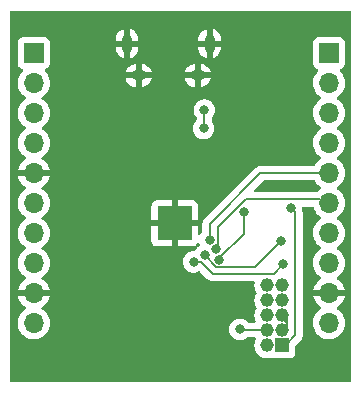
<source format=gbl>
%TF.GenerationSoftware,KiCad,Pcbnew,(6.0.9)*%
%TF.CreationDate,2022-11-19T16:26:50-05:00*%
%TF.ProjectId,EFR32MG22_module,45465233-324d-4473-9232-5f6d6f64756c,rev?*%
%TF.SameCoordinates,Original*%
%TF.FileFunction,Copper,L2,Bot*%
%TF.FilePolarity,Positive*%
%FSLAX46Y46*%
G04 Gerber Fmt 4.6, Leading zero omitted, Abs format (unit mm)*
G04 Created by KiCad (PCBNEW (6.0.9)) date 2022-11-19 16:26:50*
%MOMM*%
%LPD*%
G01*
G04 APERTURE LIST*
%TA.AperFunction,ComponentPad*%
%ADD10C,1.170000*%
%TD*%
%TA.AperFunction,ComponentPad*%
%ADD11R,1.170000X1.170000*%
%TD*%
%TA.AperFunction,ComponentPad*%
%ADD12R,1.700000X1.700000*%
%TD*%
%TA.AperFunction,ComponentPad*%
%ADD13O,1.700000X1.700000*%
%TD*%
%TA.AperFunction,ComponentPad*%
%ADD14C,0.500000*%
%TD*%
%TA.AperFunction,SMDPad,CuDef*%
%ADD15R,2.900000X2.900000*%
%TD*%
%TA.AperFunction,ComponentPad*%
%ADD16O,1.250000X0.950000*%
%TD*%
%TA.AperFunction,ComponentPad*%
%ADD17O,0.890000X1.550000*%
%TD*%
%TA.AperFunction,ViaPad*%
%ADD18C,0.800000*%
%TD*%
%TA.AperFunction,Conductor*%
%ADD19C,0.200000*%
%TD*%
G04 APERTURE END LIST*
D10*
%TO.P,J3,10,~{RESET}*%
%TO.N,/RESET_N*%
X237320000Y-103790000D03*
%TO.P,J3,9,GNDDetect*%
%TO.N,GND*%
X238590000Y-103790000D03*
%TO.P,J3,8,NC/TDI*%
%TO.N,/TDI*%
X237320000Y-105060000D03*
%TO.P,J3,7,KEY*%
%TO.N,unconnected-(J3-Pad7)*%
X238590000Y-105060000D03*
%TO.P,J3,6,SWO/TDO*%
%TO.N,/SWO*%
X237320000Y-106330000D03*
%TO.P,J3,5,GND*%
%TO.N,GND*%
X238590000Y-106330000D03*
%TO.P,J3,4,SWDCLK/TCK*%
%TO.N,/SWDCLK*%
X237320000Y-107600000D03*
%TO.P,J3,3,GND*%
%TO.N,GND*%
X238590000Y-107600000D03*
%TO.P,J3,2,SWDIO/TMS*%
%TO.N,/SWDIO*%
X237320000Y-108870000D03*
D11*
%TO.P,J3,1,VTref*%
%TO.N,+3.3V*%
X238590000Y-108870000D03*
%TD*%
D12*
%TO.P,J4,1,Pin_1*%
%TO.N,+3.3V*%
X242540000Y-84110000D03*
D13*
%TO.P,J4,2,Pin_2*%
%TO.N,/PD01*%
X242540000Y-86650000D03*
%TO.P,J4,3,Pin_3*%
%TO.N,/PA06*%
X242540000Y-89190000D03*
%TO.P,J4,4,Pin_4*%
%TO.N,/PA05*%
X242540000Y-91730000D03*
%TO.P,J4,5,Pin_5*%
%TO.N,/PA00*%
X242540000Y-94270000D03*
%TO.P,J4,6,Pin_6*%
%TO.N,/PB00*%
X242540000Y-96810000D03*
%TO.P,J4,7,Pin_7*%
%TO.N,/PB01*%
X242540000Y-99350000D03*
%TO.P,J4,8,Pin_8*%
%TO.N,/PB02*%
X242540000Y-101890000D03*
%TO.P,J4,9,Pin_9*%
%TO.N,GND*%
X242540000Y-104430000D03*
%TO.P,J4,10,Pin_10*%
%TO.N,/RESET_N*%
X242540000Y-106970000D03*
%TD*%
D14*
%TO.P,U1,33,VSS*%
%TO.N,GND*%
X228737500Y-97800000D03*
X230187500Y-99250000D03*
X228737500Y-99250000D03*
D15*
X229462500Y-98525000D03*
D14*
X230187500Y-97800000D03*
%TD*%
D12*
%TO.P,J2,1,Pin_1*%
%TO.N,VBUS*%
X217540000Y-84110000D03*
D13*
%TO.P,J2,2,Pin_2*%
%TO.N,/PD00*%
X217540000Y-86650000D03*
%TO.P,J2,3,Pin_3*%
%TO.N,/PC00*%
X217540000Y-89190000D03*
%TO.P,J2,4,Pin_4*%
%TO.N,/PC01*%
X217540000Y-91730000D03*
%TO.P,J2,5,Pin_5*%
%TO.N,GND*%
X217540000Y-94270000D03*
%TO.P,J2,6,Pin_6*%
%TO.N,/PC02*%
X217540000Y-96810000D03*
%TO.P,J2,7,Pin_7*%
%TO.N,/PC03*%
X217540000Y-99350000D03*
%TO.P,J2,8,Pin_8*%
%TO.N,/PC04*%
X217540000Y-101890000D03*
%TO.P,J2,9,Pin_9*%
%TO.N,GND*%
X217540000Y-104430000D03*
%TO.P,J2,10,Pin_10*%
%TO.N,/PC05*%
X217540000Y-106970000D03*
%TD*%
D16*
%TO.P,J1,6,Shield*%
%TO.N,GND*%
X231425000Y-86010000D03*
X226425000Y-86010000D03*
D17*
X225425000Y-83310000D03*
X232425000Y-83310000D03*
%TD*%
D18*
%TO.N,/PB02*%
X231070000Y-101790000D03*
X238670000Y-101980000D03*
%TO.N,+3.3V*%
X239300000Y-97210000D03*
%TO.N,/PB01*%
X238500000Y-100000000D03*
X232000000Y-101250000D03*
%TO.N,/PB00*%
X232943002Y-100693002D03*
%TO.N,/PA00*%
X232426244Y-99923998D03*
%TO.N,/SWDCLK*%
X235000000Y-107500000D03*
%TO.N,GND*%
X231425852Y-93033500D03*
X225400000Y-91570000D03*
X235720000Y-89170000D03*
X240150000Y-83112500D03*
X223100000Y-100173497D03*
X233968510Y-105967984D03*
X238110000Y-95300000D03*
X231110000Y-108410000D03*
X236000000Y-93000000D03*
%TO.N,/DVDD*%
X235315116Y-97590867D03*
X233260762Y-101623500D03*
%TO.N,+3.3V*%
X231920000Y-90490000D03*
X231980000Y-88940000D03*
%TD*%
D19*
%TO.N,/PB02*%
X231680000Y-101790000D02*
X232700000Y-102810000D01*
X231070000Y-101790000D02*
X231680000Y-101790000D01*
X232700000Y-102810000D02*
X237840000Y-102810000D01*
X237840000Y-102810000D02*
X238670000Y-101980000D01*
%TO.N,+3.3V*%
X238885000Y-108830000D02*
X239697000Y-108018000D01*
X239697000Y-108018000D02*
X239697000Y-97607000D01*
X239697000Y-97607000D02*
X239300000Y-97210000D01*
%TO.N,/DVDD*%
X235315116Y-99434884D02*
X233260762Y-101489238D01*
X235315116Y-97590867D02*
X235315116Y-99434884D01*
%TO.N,/PB01*%
X236250000Y-102250000D02*
X238500000Y-100000000D01*
X233000000Y-102250000D02*
X236250000Y-102250000D01*
X232000000Y-101250000D02*
X233000000Y-102250000D01*
%TO.N,/DVDD*%
X233260762Y-101489238D02*
X233260762Y-101623500D01*
%TO.N,/PB00*%
X235500000Y-96500000D02*
X233126500Y-98873500D01*
X241750000Y-96500000D02*
X235500000Y-96500000D01*
%TO.N,/PA00*%
X236730000Y-94270000D02*
X232426244Y-98573756D01*
X242540000Y-94270000D02*
X236730000Y-94270000D01*
%TO.N,/PB00*%
X233126500Y-100509504D02*
X232943002Y-100693002D01*
X233126500Y-98873500D02*
X233126500Y-100509504D01*
%TO.N,/PA00*%
X232426244Y-98573756D02*
X232426244Y-99923998D01*
%TO.N,/SWDCLK*%
X237250000Y-107560000D02*
X235060000Y-107560000D01*
X235060000Y-107560000D02*
X235000000Y-107500000D01*
%TO.N,+3.3V*%
X231920000Y-90490000D02*
X231980000Y-90430000D01*
X231980000Y-90430000D02*
X231980000Y-88940000D01*
%TD*%
%TA.AperFunction,Conductor*%
%TO.N,GND*%
G36*
X244333621Y-80528502D02*
G01*
X244380114Y-80582158D01*
X244391500Y-80634500D01*
X244391500Y-111874000D01*
X244371498Y-111942121D01*
X244317842Y-111988614D01*
X244265500Y-112000000D01*
X215634500Y-112000000D01*
X215566379Y-111979998D01*
X215519886Y-111926342D01*
X215508500Y-111874000D01*
X215508500Y-106936695D01*
X216177251Y-106936695D01*
X216177548Y-106941848D01*
X216177548Y-106941851D01*
X216183011Y-107036590D01*
X216190110Y-107159715D01*
X216191247Y-107164761D01*
X216191248Y-107164767D01*
X216211119Y-107252939D01*
X216239222Y-107377639D01*
X216323266Y-107584616D01*
X216439987Y-107775088D01*
X216586250Y-107943938D01*
X216758126Y-108086632D01*
X216951000Y-108199338D01*
X217159692Y-108279030D01*
X217164760Y-108280061D01*
X217164763Y-108280062D01*
X217232303Y-108293803D01*
X217378597Y-108323567D01*
X217383772Y-108323757D01*
X217383774Y-108323757D01*
X217596673Y-108331564D01*
X217596677Y-108331564D01*
X217601837Y-108331753D01*
X217606957Y-108331097D01*
X217606959Y-108331097D01*
X217818288Y-108304025D01*
X217818289Y-108304025D01*
X217823416Y-108303368D01*
X217855298Y-108293803D01*
X218032429Y-108240661D01*
X218032434Y-108240659D01*
X218037384Y-108239174D01*
X218237994Y-108140896D01*
X218419860Y-108011173D01*
X218578096Y-107853489D01*
X218637594Y-107770689D01*
X218705435Y-107676277D01*
X218708453Y-107672077D01*
X218744076Y-107600000D01*
X218805136Y-107476453D01*
X218805137Y-107476451D01*
X218807430Y-107471811D01*
X218872370Y-107258069D01*
X218901529Y-107036590D01*
X218903156Y-106970000D01*
X218884852Y-106747361D01*
X218830431Y-106530702D01*
X218741354Y-106325840D01*
X218701906Y-106264862D01*
X218622822Y-106142617D01*
X218622820Y-106142614D01*
X218620014Y-106138277D01*
X218469670Y-105973051D01*
X218465619Y-105969852D01*
X218465615Y-105969848D01*
X218298414Y-105837800D01*
X218298410Y-105837798D01*
X218294359Y-105834598D01*
X218252569Y-105811529D01*
X218202598Y-105761097D01*
X218187826Y-105691654D01*
X218212942Y-105625248D01*
X218240294Y-105598641D01*
X218415328Y-105473792D01*
X218423200Y-105467139D01*
X218574052Y-105316812D01*
X218580730Y-105308965D01*
X218705003Y-105136020D01*
X218710313Y-105127183D01*
X218804670Y-104936267D01*
X218808469Y-104926672D01*
X218870377Y-104722910D01*
X218872555Y-104712837D01*
X218873986Y-104701962D01*
X218871775Y-104687778D01*
X218858617Y-104684000D01*
X216223225Y-104684000D01*
X216209694Y-104687973D01*
X216208257Y-104697966D01*
X216238565Y-104832446D01*
X216241645Y-104842275D01*
X216321770Y-105039603D01*
X216326413Y-105048794D01*
X216437694Y-105230388D01*
X216443777Y-105238699D01*
X216583213Y-105399667D01*
X216590580Y-105406883D01*
X216754434Y-105542916D01*
X216762881Y-105548831D01*
X216831969Y-105589203D01*
X216880693Y-105640842D01*
X216893764Y-105710625D01*
X216867033Y-105776396D01*
X216826584Y-105809752D01*
X216813607Y-105816507D01*
X216809474Y-105819610D01*
X216809471Y-105819612D01*
X216639100Y-105947530D01*
X216634965Y-105950635D01*
X216631393Y-105954373D01*
X216490629Y-106101674D01*
X216480629Y-106112138D01*
X216477715Y-106116410D01*
X216477714Y-106116411D01*
X216448319Y-106159502D01*
X216354743Y-106296680D01*
X216260688Y-106499305D01*
X216200989Y-106714570D01*
X216177251Y-106936695D01*
X215508500Y-106936695D01*
X215508500Y-101856695D01*
X216177251Y-101856695D01*
X216177548Y-101861848D01*
X216177548Y-101861851D01*
X216188293Y-102048196D01*
X216190110Y-102079715D01*
X216191247Y-102084761D01*
X216191248Y-102084767D01*
X216208554Y-102161556D01*
X216239222Y-102297639D01*
X216277461Y-102391811D01*
X216308750Y-102468866D01*
X216323266Y-102504616D01*
X216439987Y-102695088D01*
X216586250Y-102863938D01*
X216758126Y-103006632D01*
X216831955Y-103049774D01*
X216880679Y-103101412D01*
X216893750Y-103171195D01*
X216867019Y-103236967D01*
X216826562Y-103270327D01*
X216818457Y-103274546D01*
X216809738Y-103280036D01*
X216639433Y-103407905D01*
X216631726Y-103414748D01*
X216484590Y-103568717D01*
X216478104Y-103576727D01*
X216358098Y-103752649D01*
X216353000Y-103761623D01*
X216263338Y-103954783D01*
X216259775Y-103964470D01*
X216204389Y-104164183D01*
X216205912Y-104172607D01*
X216218292Y-104176000D01*
X218858344Y-104176000D01*
X218871875Y-104172027D01*
X218873180Y-104162947D01*
X218831214Y-103995875D01*
X218827894Y-103986124D01*
X218742972Y-103790814D01*
X218738105Y-103781739D01*
X218622426Y-103602926D01*
X218616136Y-103594757D01*
X218472806Y-103437240D01*
X218465273Y-103430215D01*
X218298139Y-103298222D01*
X218289556Y-103292520D01*
X218252602Y-103272120D01*
X218202631Y-103221687D01*
X218187859Y-103152245D01*
X218212975Y-103085839D01*
X218240327Y-103059232D01*
X218263797Y-103042491D01*
X218419860Y-102931173D01*
X218462683Y-102888500D01*
X218502527Y-102848794D01*
X218578096Y-102773489D01*
X218637594Y-102690689D01*
X218705435Y-102596277D01*
X218708453Y-102592077D01*
X218712543Y-102583803D01*
X218805136Y-102396453D01*
X218805137Y-102396451D01*
X218807430Y-102391811D01*
X218872370Y-102178069D01*
X218901529Y-101956590D01*
X218901611Y-101953240D01*
X218903074Y-101893365D01*
X218903074Y-101893361D01*
X218903156Y-101890000D01*
X218884852Y-101667361D01*
X218830431Y-101450702D01*
X218741354Y-101245840D01*
X218657386Y-101116045D01*
X218622822Y-101062617D01*
X218622820Y-101062614D01*
X218620014Y-101058277D01*
X218469670Y-100893051D01*
X218465619Y-100889852D01*
X218465615Y-100889848D01*
X218298414Y-100757800D01*
X218298410Y-100757798D01*
X218294359Y-100754598D01*
X218253053Y-100731796D01*
X218203084Y-100681364D01*
X218188312Y-100611921D01*
X218213428Y-100545516D01*
X218240780Y-100518909D01*
X218284603Y-100487650D01*
X218419860Y-100391173D01*
X218578096Y-100233489D01*
X218618368Y-100177445D01*
X218705435Y-100056277D01*
X218708453Y-100052077D01*
X218724470Y-100019669D01*
X227504501Y-100019669D01*
X227504871Y-100026490D01*
X227510395Y-100077352D01*
X227514021Y-100092604D01*
X227559176Y-100213054D01*
X227567714Y-100228649D01*
X227644215Y-100330724D01*
X227656776Y-100343285D01*
X227758851Y-100419786D01*
X227774446Y-100428324D01*
X227894894Y-100473478D01*
X227910149Y-100477105D01*
X227961014Y-100482631D01*
X227967828Y-100483000D01*
X229190385Y-100483000D01*
X229205624Y-100478525D01*
X229206829Y-100477135D01*
X229208500Y-100469452D01*
X229208500Y-100464884D01*
X229716500Y-100464884D01*
X229720975Y-100480123D01*
X229722365Y-100481328D01*
X229730048Y-100482999D01*
X230957169Y-100482999D01*
X230963990Y-100482629D01*
X231014852Y-100477105D01*
X231030104Y-100473479D01*
X231150554Y-100428324D01*
X231166149Y-100419786D01*
X231268224Y-100343285D01*
X231280785Y-100330724D01*
X231360031Y-100224986D01*
X231416890Y-100182471D01*
X231487708Y-100177445D01*
X231550002Y-100211505D01*
X231580688Y-100261612D01*
X231591717Y-100295554D01*
X231594449Y-100300287D01*
X231603827Y-100370233D01*
X231573721Y-100434530D01*
X231544770Y-100458205D01*
X231543248Y-100458882D01*
X231537906Y-100462764D01*
X231537903Y-100462765D01*
X231473612Y-100509476D01*
X231388747Y-100571134D01*
X231384326Y-100576044D01*
X231384325Y-100576045D01*
X231289496Y-100681364D01*
X231260960Y-100713056D01*
X231257659Y-100718774D01*
X231200082Y-100818500D01*
X231148700Y-100867493D01*
X231090963Y-100881500D01*
X230974513Y-100881500D01*
X230968061Y-100882872D01*
X230968056Y-100882872D01*
X230902203Y-100896870D01*
X230787712Y-100921206D01*
X230781682Y-100923891D01*
X230781681Y-100923891D01*
X230619278Y-100996197D01*
X230619276Y-100996198D01*
X230613248Y-100998882D01*
X230458747Y-101111134D01*
X230330960Y-101253056D01*
X230235473Y-101418444D01*
X230176458Y-101600072D01*
X230175768Y-101606633D01*
X230175768Y-101606635D01*
X230173356Y-101629588D01*
X230156496Y-101790000D01*
X230176458Y-101979928D01*
X230235473Y-102161556D01*
X230238776Y-102167278D01*
X230238777Y-102167279D01*
X230258535Y-102201500D01*
X230330960Y-102326944D01*
X230458747Y-102468866D01*
X230613248Y-102581118D01*
X230619276Y-102583802D01*
X230619278Y-102583803D01*
X230692787Y-102616531D01*
X230787712Y-102658794D01*
X230881112Y-102678647D01*
X230968056Y-102697128D01*
X230968061Y-102697128D01*
X230974513Y-102698500D01*
X231165487Y-102698500D01*
X231171939Y-102697128D01*
X231171944Y-102697128D01*
X231258888Y-102678647D01*
X231352288Y-102658794D01*
X231358315Y-102656111D01*
X231358323Y-102656108D01*
X231505639Y-102590519D01*
X231576006Y-102581085D01*
X231640303Y-102611192D01*
X231645982Y-102616531D01*
X232235685Y-103206234D01*
X232246552Y-103218625D01*
X232266013Y-103243987D01*
X232272563Y-103249013D01*
X232297921Y-103268471D01*
X232297937Y-103268485D01*
X232329261Y-103292520D01*
X232393124Y-103341524D01*
X232541149Y-103402838D01*
X232549336Y-103403916D01*
X232549337Y-103403916D01*
X232560542Y-103405391D01*
X232591738Y-103409498D01*
X232660115Y-103418500D01*
X232660118Y-103418500D01*
X232660126Y-103418501D01*
X232691811Y-103422672D01*
X232700000Y-103423750D01*
X232731693Y-103419578D01*
X232748136Y-103418500D01*
X236121189Y-103418500D01*
X236189310Y-103438502D01*
X236235803Y-103492158D01*
X236245798Y-103561672D01*
X236245813Y-103561674D01*
X236222191Y-103761253D01*
X236235335Y-103961794D01*
X236284805Y-104156582D01*
X236368944Y-104339092D01*
X236372277Y-104343807D01*
X236372278Y-104343810D01*
X236378636Y-104352806D01*
X236401618Y-104419980D01*
X236387248Y-104484194D01*
X236305409Y-104639743D01*
X236245813Y-104831674D01*
X236222191Y-105031253D01*
X236235335Y-105231794D01*
X236284805Y-105426582D01*
X236368944Y-105609092D01*
X236372277Y-105613807D01*
X236372278Y-105613810D01*
X236378636Y-105622806D01*
X236401618Y-105689980D01*
X236387248Y-105754194D01*
X236305409Y-105909743D01*
X236245813Y-106101674D01*
X236222191Y-106301253D01*
X236235335Y-106501794D01*
X236258466Y-106592872D01*
X236268202Y-106631206D01*
X236284805Y-106696582D01*
X236287222Y-106701826D01*
X236287225Y-106701833D01*
X236319918Y-106772749D01*
X236330273Y-106842986D01*
X236301010Y-106907672D01*
X236241422Y-106946269D01*
X236205492Y-106951500D01*
X235784733Y-106951500D01*
X235716612Y-106931498D01*
X235691097Y-106909810D01*
X235615675Y-106826045D01*
X235615674Y-106826044D01*
X235611253Y-106821134D01*
X235502806Y-106742342D01*
X235462094Y-106712763D01*
X235462093Y-106712762D01*
X235456752Y-106708882D01*
X235450724Y-106706198D01*
X235450722Y-106706197D01*
X235288319Y-106633891D01*
X235288318Y-106633891D01*
X235282288Y-106631206D01*
X235188887Y-106611353D01*
X235101944Y-106592872D01*
X235101939Y-106592872D01*
X235095487Y-106591500D01*
X234904513Y-106591500D01*
X234898061Y-106592872D01*
X234898056Y-106592872D01*
X234811112Y-106611353D01*
X234717712Y-106631206D01*
X234711682Y-106633891D01*
X234711681Y-106633891D01*
X234549278Y-106706197D01*
X234549276Y-106706198D01*
X234543248Y-106708882D01*
X234537907Y-106712762D01*
X234537906Y-106712763D01*
X234497194Y-106742342D01*
X234388747Y-106821134D01*
X234384326Y-106826044D01*
X234384325Y-106826045D01*
X234267834Y-106955422D01*
X234260960Y-106963056D01*
X234165473Y-107128444D01*
X234106458Y-107310072D01*
X234105768Y-107316633D01*
X234105768Y-107316635D01*
X234098853Y-107382425D01*
X234086496Y-107500000D01*
X234087186Y-107506565D01*
X234097396Y-107603704D01*
X234106458Y-107689928D01*
X234165473Y-107871556D01*
X234260960Y-108036944D01*
X234388747Y-108178866D01*
X234419461Y-108201181D01*
X234516778Y-108271886D01*
X234543248Y-108291118D01*
X234549276Y-108293802D01*
X234549278Y-108293803D01*
X234682615Y-108353168D01*
X234717712Y-108368794D01*
X234811113Y-108388647D01*
X234898056Y-108407128D01*
X234898061Y-108407128D01*
X234904513Y-108408500D01*
X235095487Y-108408500D01*
X235101939Y-108407128D01*
X235101944Y-108407128D01*
X235188887Y-108388647D01*
X235282288Y-108368794D01*
X235317385Y-108353168D01*
X235450722Y-108293803D01*
X235450724Y-108293802D01*
X235456752Y-108291118D01*
X235483223Y-108271886D01*
X235580539Y-108201181D01*
X235592400Y-108192564D01*
X235659266Y-108168706D01*
X235666460Y-108168500D01*
X236244712Y-108168500D01*
X236312833Y-108188502D01*
X236359326Y-108242158D01*
X236369430Y-108312432D01*
X236356220Y-108353168D01*
X236305409Y-108449743D01*
X236245813Y-108641674D01*
X236222191Y-108841253D01*
X236235335Y-109041794D01*
X236284805Y-109236582D01*
X236368944Y-109419092D01*
X236484934Y-109583214D01*
X236628890Y-109723450D01*
X236795991Y-109835104D01*
X236801294Y-109837382D01*
X236801297Y-109837384D01*
X236947574Y-109900229D01*
X236980642Y-109914436D01*
X237053334Y-109930885D01*
X237171021Y-109957515D01*
X237171027Y-109957516D01*
X237176658Y-109958790D01*
X237182429Y-109959017D01*
X237182431Y-109959017D01*
X237243861Y-109961430D01*
X237377475Y-109966680D01*
X237476920Y-109952261D01*
X237570652Y-109938671D01*
X237570657Y-109938670D01*
X237576366Y-109937842D01*
X237581830Y-109935987D01*
X237581835Y-109935986D01*
X237674353Y-109904580D01*
X237745288Y-109901624D01*
X237759083Y-109905911D01*
X237887282Y-109953971D01*
X237887288Y-109953973D01*
X237894684Y-109956745D01*
X237956866Y-109963500D01*
X239223134Y-109963500D01*
X239285316Y-109956745D01*
X239421705Y-109905615D01*
X239538261Y-109818261D01*
X239625615Y-109701705D01*
X239676745Y-109565316D01*
X239683500Y-109503134D01*
X239683500Y-108944239D01*
X239703502Y-108876118D01*
X239720405Y-108855144D01*
X240093234Y-108482315D01*
X240105625Y-108471448D01*
X240124437Y-108457013D01*
X240130987Y-108451987D01*
X240155474Y-108420075D01*
X240155477Y-108420072D01*
X240228523Y-108324876D01*
X240228524Y-108324875D01*
X240237161Y-108304025D01*
X240286678Y-108184479D01*
X240289838Y-108176850D01*
X240305500Y-108057885D01*
X240305500Y-108057878D01*
X240310750Y-108018000D01*
X240306578Y-107986307D01*
X240305500Y-107969864D01*
X240305500Y-106936695D01*
X241177251Y-106936695D01*
X241177548Y-106941848D01*
X241177548Y-106941851D01*
X241183011Y-107036590D01*
X241190110Y-107159715D01*
X241191247Y-107164761D01*
X241191248Y-107164767D01*
X241211119Y-107252939D01*
X241239222Y-107377639D01*
X241323266Y-107584616D01*
X241439987Y-107775088D01*
X241586250Y-107943938D01*
X241758126Y-108086632D01*
X241951000Y-108199338D01*
X242159692Y-108279030D01*
X242164760Y-108280061D01*
X242164763Y-108280062D01*
X242232303Y-108293803D01*
X242378597Y-108323567D01*
X242383772Y-108323757D01*
X242383774Y-108323757D01*
X242596673Y-108331564D01*
X242596677Y-108331564D01*
X242601837Y-108331753D01*
X242606957Y-108331097D01*
X242606959Y-108331097D01*
X242818288Y-108304025D01*
X242818289Y-108304025D01*
X242823416Y-108303368D01*
X242855298Y-108293803D01*
X243032429Y-108240661D01*
X243032434Y-108240659D01*
X243037384Y-108239174D01*
X243237994Y-108140896D01*
X243419860Y-108011173D01*
X243578096Y-107853489D01*
X243637594Y-107770689D01*
X243705435Y-107676277D01*
X243708453Y-107672077D01*
X243744076Y-107600000D01*
X243805136Y-107476453D01*
X243805137Y-107476451D01*
X243807430Y-107471811D01*
X243872370Y-107258069D01*
X243901529Y-107036590D01*
X243903156Y-106970000D01*
X243884852Y-106747361D01*
X243830431Y-106530702D01*
X243741354Y-106325840D01*
X243701906Y-106264862D01*
X243622822Y-106142617D01*
X243622820Y-106142614D01*
X243620014Y-106138277D01*
X243469670Y-105973051D01*
X243465619Y-105969852D01*
X243465615Y-105969848D01*
X243298414Y-105837800D01*
X243298410Y-105837798D01*
X243294359Y-105834598D01*
X243252569Y-105811529D01*
X243202598Y-105761097D01*
X243187826Y-105691654D01*
X243212942Y-105625248D01*
X243240294Y-105598641D01*
X243415328Y-105473792D01*
X243423200Y-105467139D01*
X243574052Y-105316812D01*
X243580730Y-105308965D01*
X243705003Y-105136020D01*
X243710313Y-105127183D01*
X243804670Y-104936267D01*
X243808469Y-104926672D01*
X243870377Y-104722910D01*
X243872555Y-104712837D01*
X243873986Y-104701962D01*
X243871775Y-104687778D01*
X243858617Y-104684000D01*
X241223225Y-104684000D01*
X241209694Y-104687973D01*
X241208257Y-104697966D01*
X241238565Y-104832446D01*
X241241645Y-104842275D01*
X241321770Y-105039603D01*
X241326413Y-105048794D01*
X241437694Y-105230388D01*
X241443777Y-105238699D01*
X241583213Y-105399667D01*
X241590580Y-105406883D01*
X241754434Y-105542916D01*
X241762881Y-105548831D01*
X241831969Y-105589203D01*
X241880693Y-105640842D01*
X241893764Y-105710625D01*
X241867033Y-105776396D01*
X241826584Y-105809752D01*
X241813607Y-105816507D01*
X241809474Y-105819610D01*
X241809471Y-105819612D01*
X241639100Y-105947530D01*
X241634965Y-105950635D01*
X241631393Y-105954373D01*
X241490629Y-106101674D01*
X241480629Y-106112138D01*
X241477715Y-106116410D01*
X241477714Y-106116411D01*
X241448319Y-106159502D01*
X241354743Y-106296680D01*
X241260688Y-106499305D01*
X241200989Y-106714570D01*
X241177251Y-106936695D01*
X240305500Y-106936695D01*
X240305500Y-97655136D01*
X240306578Y-97638690D01*
X240309172Y-97618990D01*
X240310750Y-97607000D01*
X240305500Y-97567120D01*
X240305500Y-97567115D01*
X240289838Y-97448150D01*
X240284534Y-97435345D01*
X240228524Y-97300124D01*
X240227385Y-97298640D01*
X240211343Y-97232525D01*
X240211891Y-97225344D01*
X240212313Y-97221329D01*
X240239326Y-97155672D01*
X240297548Y-97115043D01*
X240337623Y-97108500D01*
X241113862Y-97108500D01*
X241181983Y-97128502D01*
X241228476Y-97182158D01*
X241236778Y-97206796D01*
X241239222Y-97217639D01*
X241277461Y-97311811D01*
X241315791Y-97406206D01*
X241323266Y-97424616D01*
X241325965Y-97429020D01*
X241435031Y-97607000D01*
X241439987Y-97615088D01*
X241586250Y-97783938D01*
X241758126Y-97926632D01*
X241808620Y-97956138D01*
X241831445Y-97969476D01*
X241880169Y-98021114D01*
X241893240Y-98090897D01*
X241866509Y-98156669D01*
X241826055Y-98190027D01*
X241813607Y-98196507D01*
X241809474Y-98199610D01*
X241809471Y-98199612D01*
X241639100Y-98327530D01*
X241634965Y-98330635D01*
X241631393Y-98334373D01*
X241513135Y-98458123D01*
X241480629Y-98492138D01*
X241477715Y-98496410D01*
X241477714Y-98496411D01*
X241403336Y-98605446D01*
X241354743Y-98676680D01*
X241339003Y-98710590D01*
X241292335Y-98811128D01*
X241260688Y-98879305D01*
X241200989Y-99094570D01*
X241177251Y-99316695D01*
X241177548Y-99321848D01*
X241177548Y-99321851D01*
X241184462Y-99441761D01*
X241190110Y-99539715D01*
X241191247Y-99544761D01*
X241191248Y-99544767D01*
X241202284Y-99593734D01*
X241239222Y-99757639D01*
X241276832Y-99850261D01*
X241309003Y-99929489D01*
X241323266Y-99964616D01*
X241325965Y-99969020D01*
X241399593Y-100089170D01*
X241439987Y-100155088D01*
X241586250Y-100323938D01*
X241758126Y-100466632D01*
X241785502Y-100482629D01*
X241831445Y-100509476D01*
X241880169Y-100561114D01*
X241893240Y-100630897D01*
X241866509Y-100696669D01*
X241826055Y-100730027D01*
X241813607Y-100736507D01*
X241809474Y-100739610D01*
X241809471Y-100739612D01*
X241639100Y-100867530D01*
X241634965Y-100870635D01*
X241480629Y-101032138D01*
X241477715Y-101036410D01*
X241477714Y-101036411D01*
X241392556Y-101161249D01*
X241354743Y-101216680D01*
X241260688Y-101419305D01*
X241200989Y-101634570D01*
X241177251Y-101856695D01*
X241177548Y-101861848D01*
X241177548Y-101861851D01*
X241188293Y-102048196D01*
X241190110Y-102079715D01*
X241191247Y-102084761D01*
X241191248Y-102084767D01*
X241208554Y-102161556D01*
X241239222Y-102297639D01*
X241277461Y-102391811D01*
X241308750Y-102468866D01*
X241323266Y-102504616D01*
X241439987Y-102695088D01*
X241586250Y-102863938D01*
X241758126Y-103006632D01*
X241831955Y-103049774D01*
X241880679Y-103101412D01*
X241893750Y-103171195D01*
X241867019Y-103236967D01*
X241826562Y-103270327D01*
X241818457Y-103274546D01*
X241809738Y-103280036D01*
X241639433Y-103407905D01*
X241631726Y-103414748D01*
X241484590Y-103568717D01*
X241478104Y-103576727D01*
X241358098Y-103752649D01*
X241353000Y-103761623D01*
X241263338Y-103954783D01*
X241259775Y-103964470D01*
X241204389Y-104164183D01*
X241205912Y-104172607D01*
X241218292Y-104176000D01*
X243858344Y-104176000D01*
X243871875Y-104172027D01*
X243873180Y-104162947D01*
X243831214Y-103995875D01*
X243827894Y-103986124D01*
X243742972Y-103790814D01*
X243738105Y-103781739D01*
X243622426Y-103602926D01*
X243616136Y-103594757D01*
X243472806Y-103437240D01*
X243465273Y-103430215D01*
X243298139Y-103298222D01*
X243289556Y-103292520D01*
X243252602Y-103272120D01*
X243202631Y-103221687D01*
X243187859Y-103152245D01*
X243212975Y-103085839D01*
X243240327Y-103059232D01*
X243263797Y-103042491D01*
X243419860Y-102931173D01*
X243462683Y-102888500D01*
X243502527Y-102848794D01*
X243578096Y-102773489D01*
X243637594Y-102690689D01*
X243705435Y-102596277D01*
X243708453Y-102592077D01*
X243712543Y-102583803D01*
X243805136Y-102396453D01*
X243805137Y-102396451D01*
X243807430Y-102391811D01*
X243872370Y-102178069D01*
X243901529Y-101956590D01*
X243901611Y-101953240D01*
X243903074Y-101893365D01*
X243903074Y-101893361D01*
X243903156Y-101890000D01*
X243884852Y-101667361D01*
X243830431Y-101450702D01*
X243741354Y-101245840D01*
X243657386Y-101116045D01*
X243622822Y-101062617D01*
X243622820Y-101062614D01*
X243620014Y-101058277D01*
X243469670Y-100893051D01*
X243465619Y-100889852D01*
X243465615Y-100889848D01*
X243298414Y-100757800D01*
X243298410Y-100757798D01*
X243294359Y-100754598D01*
X243253053Y-100731796D01*
X243203084Y-100681364D01*
X243188312Y-100611921D01*
X243213428Y-100545516D01*
X243240780Y-100518909D01*
X243284603Y-100487650D01*
X243419860Y-100391173D01*
X243578096Y-100233489D01*
X243618368Y-100177445D01*
X243705435Y-100056277D01*
X243708453Y-100052077D01*
X243737436Y-99993435D01*
X243805136Y-99856453D01*
X243805137Y-99856451D01*
X243807430Y-99851811D01*
X243872370Y-99638069D01*
X243901529Y-99416590D01*
X243901856Y-99403194D01*
X243903074Y-99353365D01*
X243903074Y-99353361D01*
X243903156Y-99350000D01*
X243884852Y-99127361D01*
X243830431Y-98910702D01*
X243741354Y-98705840D01*
X243650607Y-98565567D01*
X243622822Y-98522617D01*
X243622820Y-98522614D01*
X243620014Y-98518277D01*
X243469670Y-98353051D01*
X243465619Y-98349852D01*
X243465615Y-98349848D01*
X243298414Y-98217800D01*
X243298410Y-98217798D01*
X243294359Y-98214598D01*
X243253053Y-98191796D01*
X243203084Y-98141364D01*
X243188312Y-98071921D01*
X243213428Y-98005516D01*
X243240780Y-97978909D01*
X243284603Y-97947650D01*
X243419860Y-97851173D01*
X243578096Y-97693489D01*
X243637594Y-97610689D01*
X243705435Y-97516277D01*
X243708453Y-97512077D01*
X243740048Y-97448150D01*
X243805136Y-97316453D01*
X243805137Y-97316451D01*
X243807430Y-97311811D01*
X243872370Y-97098069D01*
X243901529Y-96876590D01*
X243903156Y-96810000D01*
X243884852Y-96587361D01*
X243830431Y-96370702D01*
X243741354Y-96165840D01*
X243620014Y-95978277D01*
X243469670Y-95813051D01*
X243465619Y-95809852D01*
X243465615Y-95809848D01*
X243298414Y-95677800D01*
X243298410Y-95677798D01*
X243294359Y-95674598D01*
X243253053Y-95651796D01*
X243203084Y-95601364D01*
X243188312Y-95531921D01*
X243213428Y-95465516D01*
X243240780Y-95438909D01*
X243284603Y-95407650D01*
X243419860Y-95311173D01*
X243578096Y-95153489D01*
X243708453Y-94972077D01*
X243753279Y-94881379D01*
X243805136Y-94776453D01*
X243805137Y-94776451D01*
X243807430Y-94771811D01*
X243872370Y-94558069D01*
X243901529Y-94336590D01*
X243903156Y-94270000D01*
X243884852Y-94047361D01*
X243830431Y-93830702D01*
X243741354Y-93625840D01*
X243620014Y-93438277D01*
X243469670Y-93273051D01*
X243465619Y-93269852D01*
X243465615Y-93269848D01*
X243298414Y-93137800D01*
X243298410Y-93137798D01*
X243294359Y-93134598D01*
X243253053Y-93111796D01*
X243203084Y-93061364D01*
X243188312Y-92991921D01*
X243213428Y-92925516D01*
X243240780Y-92898909D01*
X243284603Y-92867650D01*
X243419860Y-92771173D01*
X243578096Y-92613489D01*
X243637594Y-92530689D01*
X243705435Y-92436277D01*
X243708453Y-92432077D01*
X243807430Y-92231811D01*
X243872370Y-92018069D01*
X243901529Y-91796590D01*
X243903156Y-91730000D01*
X243884852Y-91507361D01*
X243830431Y-91290702D01*
X243741354Y-91085840D01*
X243620014Y-90898277D01*
X243469670Y-90733051D01*
X243465619Y-90729852D01*
X243465615Y-90729848D01*
X243298414Y-90597800D01*
X243298410Y-90597798D01*
X243294359Y-90594598D01*
X243253053Y-90571796D01*
X243203084Y-90521364D01*
X243188312Y-90451921D01*
X243213428Y-90385516D01*
X243240780Y-90358909D01*
X243284603Y-90327650D01*
X243419860Y-90231173D01*
X243578096Y-90073489D01*
X243637594Y-89990689D01*
X243705435Y-89896277D01*
X243708453Y-89892077D01*
X243730905Y-89846650D01*
X243805136Y-89696453D01*
X243805137Y-89696451D01*
X243807430Y-89691811D01*
X243872370Y-89478069D01*
X243901529Y-89256590D01*
X243903156Y-89190000D01*
X243884852Y-88967361D01*
X243830431Y-88750702D01*
X243741354Y-88545840D01*
X243620014Y-88358277D01*
X243469670Y-88193051D01*
X243465619Y-88189852D01*
X243465615Y-88189848D01*
X243298414Y-88057800D01*
X243298410Y-88057798D01*
X243294359Y-88054598D01*
X243253053Y-88031796D01*
X243203084Y-87981364D01*
X243188312Y-87911921D01*
X243213428Y-87845516D01*
X243240780Y-87818909D01*
X243284603Y-87787650D01*
X243419860Y-87691173D01*
X243578096Y-87533489D01*
X243637594Y-87450689D01*
X243705435Y-87356277D01*
X243708453Y-87352077D01*
X243807430Y-87151811D01*
X243857298Y-86987678D01*
X243870865Y-86943023D01*
X243870865Y-86943021D01*
X243872370Y-86938069D01*
X243901529Y-86716590D01*
X243903156Y-86650000D01*
X243884852Y-86427361D01*
X243830431Y-86210702D01*
X243741354Y-86005840D01*
X243620014Y-85818277D01*
X243616532Y-85814450D01*
X243472798Y-85656488D01*
X243441746Y-85592642D01*
X243450141Y-85522143D01*
X243495317Y-85467375D01*
X243521761Y-85453706D01*
X243628297Y-85413767D01*
X243636705Y-85410615D01*
X243753261Y-85323261D01*
X243840615Y-85206705D01*
X243891745Y-85070316D01*
X243898500Y-85008134D01*
X243898500Y-83211866D01*
X243891745Y-83149684D01*
X243840615Y-83013295D01*
X243753261Y-82896739D01*
X243636705Y-82809385D01*
X243500316Y-82758255D01*
X243438134Y-82751500D01*
X241641866Y-82751500D01*
X241579684Y-82758255D01*
X241443295Y-82809385D01*
X241326739Y-82896739D01*
X241239385Y-83013295D01*
X241188255Y-83149684D01*
X241181500Y-83211866D01*
X241181500Y-85008134D01*
X241188255Y-85070316D01*
X241239385Y-85206705D01*
X241326739Y-85323261D01*
X241443295Y-85410615D01*
X241451704Y-85413767D01*
X241451705Y-85413768D01*
X241560451Y-85454535D01*
X241617216Y-85497176D01*
X241641916Y-85563738D01*
X241626709Y-85633087D01*
X241607316Y-85659568D01*
X241480629Y-85792138D01*
X241354743Y-85976680D01*
X241260688Y-86179305D01*
X241200989Y-86394570D01*
X241177251Y-86616695D01*
X241177548Y-86621848D01*
X241177548Y-86621851D01*
X241183011Y-86716590D01*
X241190110Y-86839715D01*
X241191247Y-86844761D01*
X241191248Y-86844767D01*
X241198071Y-86875042D01*
X241239222Y-87057639D01*
X241323266Y-87264616D01*
X241439987Y-87455088D01*
X241586250Y-87623938D01*
X241758126Y-87766632D01*
X241828595Y-87807811D01*
X241831445Y-87809476D01*
X241880169Y-87861114D01*
X241893240Y-87930897D01*
X241866509Y-87996669D01*
X241826055Y-88030027D01*
X241813607Y-88036507D01*
X241809474Y-88039610D01*
X241809471Y-88039612D01*
X241767392Y-88071206D01*
X241634965Y-88170635D01*
X241480629Y-88332138D01*
X241354743Y-88516680D01*
X241260688Y-88719305D01*
X241200989Y-88934570D01*
X241177251Y-89156695D01*
X241177548Y-89161848D01*
X241177548Y-89161851D01*
X241183011Y-89256590D01*
X241190110Y-89379715D01*
X241191247Y-89384761D01*
X241191248Y-89384767D01*
X241210733Y-89471226D01*
X241239222Y-89597639D01*
X241277461Y-89691811D01*
X241308992Y-89769462D01*
X241323266Y-89804616D01*
X241439987Y-89995088D01*
X241586250Y-90163938D01*
X241662846Y-90227529D01*
X241742663Y-90293794D01*
X241758126Y-90306632D01*
X241828595Y-90347811D01*
X241831445Y-90349476D01*
X241880169Y-90401114D01*
X241893240Y-90470897D01*
X241866509Y-90536669D01*
X241826055Y-90570027D01*
X241813607Y-90576507D01*
X241809474Y-90579610D01*
X241809471Y-90579612D01*
X241667501Y-90686206D01*
X241634965Y-90710635D01*
X241480629Y-90872138D01*
X241354743Y-91056680D01*
X241260688Y-91259305D01*
X241200989Y-91474570D01*
X241177251Y-91696695D01*
X241177548Y-91701848D01*
X241177548Y-91701851D01*
X241183011Y-91796590D01*
X241190110Y-91919715D01*
X241191247Y-91924761D01*
X241191248Y-91924767D01*
X241211119Y-92012939D01*
X241239222Y-92137639D01*
X241323266Y-92344616D01*
X241439987Y-92535088D01*
X241586250Y-92703938D01*
X241758126Y-92846632D01*
X241828595Y-92887811D01*
X241831445Y-92889476D01*
X241880169Y-92941114D01*
X241893240Y-93010897D01*
X241866509Y-93076669D01*
X241826055Y-93110027D01*
X241813607Y-93116507D01*
X241809474Y-93119610D01*
X241809471Y-93119612D01*
X241785247Y-93137800D01*
X241634965Y-93250635D01*
X241480629Y-93412138D01*
X241477715Y-93416410D01*
X241477714Y-93416411D01*
X241465404Y-93434457D01*
X241354743Y-93596680D01*
X241353945Y-93598400D01*
X241303589Y-93647088D01*
X241245074Y-93661500D01*
X236778136Y-93661500D01*
X236761693Y-93660422D01*
X236730000Y-93656250D01*
X236721811Y-93657328D01*
X236690126Y-93661499D01*
X236690117Y-93661500D01*
X236690115Y-93661500D01*
X236690109Y-93661501D01*
X236690107Y-93661501D01*
X236590543Y-93674609D01*
X236579336Y-93676084D01*
X236579334Y-93676085D01*
X236571149Y-93677162D01*
X236423124Y-93738476D01*
X236327928Y-93811523D01*
X236327925Y-93811526D01*
X236296013Y-93836013D01*
X236290983Y-93842568D01*
X236276548Y-93861379D01*
X236265681Y-93873770D01*
X232030010Y-98109441D01*
X232017619Y-98120308D01*
X231992257Y-98139769D01*
X231967770Y-98171681D01*
X231967767Y-98171684D01*
X231967761Y-98171692D01*
X231901390Y-98258188D01*
X231894720Y-98266880D01*
X231891560Y-98274510D01*
X231859027Y-98353051D01*
X231846782Y-98382614D01*
X231833406Y-98414906D01*
X231817744Y-98533871D01*
X231817744Y-98533876D01*
X231812494Y-98573756D01*
X231813572Y-98581944D01*
X231816666Y-98605446D01*
X231817744Y-98621892D01*
X231817744Y-99193708D01*
X231797742Y-99261829D01*
X231785380Y-99278018D01*
X231711434Y-99360144D01*
X231687204Y-99387054D01*
X231668236Y-99419908D01*
X231655619Y-99441761D01*
X231604237Y-99490754D01*
X231534523Y-99504190D01*
X231468612Y-99477804D01*
X231427430Y-99419972D01*
X231420500Y-99378761D01*
X231420500Y-98797115D01*
X231416025Y-98781876D01*
X231414635Y-98780671D01*
X231406952Y-98779000D01*
X230863158Y-98779000D01*
X230852133Y-98782237D01*
X230864432Y-98809168D01*
X230860140Y-98811128D01*
X230874546Y-98839875D01*
X230866989Y-98910469D01*
X230839653Y-98951400D01*
X229887459Y-99903594D01*
X229825147Y-99937620D01*
X229754332Y-99932555D01*
X229737978Y-99925086D01*
X229719223Y-99914845D01*
X229716500Y-99922147D01*
X229716500Y-100464884D01*
X229208500Y-100464884D01*
X229208500Y-99925658D01*
X229205263Y-99914633D01*
X229178332Y-99926932D01*
X229176372Y-99922640D01*
X229147625Y-99937046D01*
X229077031Y-99929489D01*
X229036100Y-99902153D01*
X228385079Y-99251132D01*
X229096251Y-99251132D01*
X229096382Y-99252965D01*
X229100633Y-99259580D01*
X229195688Y-99354635D01*
X229205777Y-99360144D01*
X229208500Y-99352843D01*
X229208500Y-99349332D01*
X229716500Y-99349332D01*
X229719737Y-99360357D01*
X229726828Y-99357119D01*
X229821135Y-99262812D01*
X229828749Y-99248868D01*
X229828618Y-99247035D01*
X229824367Y-99240420D01*
X229729312Y-99145365D01*
X229719223Y-99139856D01*
X229716500Y-99147157D01*
X229716500Y-99349332D01*
X229208500Y-99349332D01*
X229208500Y-99150668D01*
X229205263Y-99139643D01*
X229198172Y-99142881D01*
X229103865Y-99237188D01*
X229096251Y-99251132D01*
X228385079Y-99251132D01*
X228083906Y-98949959D01*
X228049880Y-98887647D01*
X228054945Y-98816832D01*
X228062414Y-98800478D01*
X228072374Y-98782237D01*
X228627143Y-98782237D01*
X228630381Y-98789328D01*
X228724688Y-98883635D01*
X228738632Y-98891249D01*
X228740465Y-98891118D01*
X228747080Y-98886867D01*
X228842135Y-98791812D01*
X228847363Y-98782237D01*
X230077143Y-98782237D01*
X230080381Y-98789328D01*
X230174688Y-98883635D01*
X230188632Y-98891249D01*
X230190465Y-98891118D01*
X230197080Y-98886867D01*
X230292135Y-98791812D01*
X230297644Y-98781723D01*
X230290343Y-98779000D01*
X230088168Y-98779000D01*
X230077143Y-98782237D01*
X228847363Y-98782237D01*
X228847644Y-98781723D01*
X228840343Y-98779000D01*
X228638168Y-98779000D01*
X228627143Y-98782237D01*
X228072374Y-98782237D01*
X228072655Y-98781723D01*
X228065353Y-98779000D01*
X227522616Y-98779000D01*
X227507377Y-98783475D01*
X227506172Y-98784865D01*
X227504501Y-98792548D01*
X227504501Y-100019669D01*
X218724470Y-100019669D01*
X218737436Y-99993435D01*
X218805136Y-99856453D01*
X218805137Y-99856451D01*
X218807430Y-99851811D01*
X218872370Y-99638069D01*
X218901529Y-99416590D01*
X218901856Y-99403194D01*
X218903074Y-99353365D01*
X218903074Y-99353361D01*
X218903156Y-99350000D01*
X218884852Y-99127361D01*
X218830431Y-98910702D01*
X218741354Y-98705840D01*
X218650607Y-98565567D01*
X218622822Y-98522617D01*
X218622820Y-98522614D01*
X218620014Y-98518277D01*
X218469670Y-98353051D01*
X218465619Y-98349852D01*
X218465615Y-98349848D01*
X218342839Y-98252885D01*
X227504500Y-98252885D01*
X227508975Y-98268124D01*
X227510365Y-98269329D01*
X227518048Y-98271000D01*
X228061842Y-98271000D01*
X228071116Y-98268277D01*
X228627356Y-98268277D01*
X228634657Y-98271000D01*
X228836832Y-98271000D01*
X228846106Y-98268277D01*
X230077356Y-98268277D01*
X230084657Y-98271000D01*
X230286832Y-98271000D01*
X230297857Y-98267763D01*
X230294619Y-98260672D01*
X230200312Y-98166365D01*
X230186368Y-98158751D01*
X230184535Y-98158882D01*
X230177920Y-98163133D01*
X230082865Y-98258188D01*
X230077356Y-98268277D01*
X228846106Y-98268277D01*
X228847857Y-98267763D01*
X228844619Y-98260672D01*
X228750312Y-98166365D01*
X228736368Y-98158751D01*
X228734535Y-98158882D01*
X228727920Y-98163133D01*
X228632865Y-98258188D01*
X228627356Y-98268277D01*
X228071116Y-98268277D01*
X228072867Y-98267763D01*
X228060568Y-98240832D01*
X228064860Y-98238872D01*
X228050454Y-98210125D01*
X228058011Y-98139531D01*
X228085347Y-98098600D01*
X228382815Y-97801132D01*
X229096251Y-97801132D01*
X229096382Y-97802965D01*
X229100633Y-97809580D01*
X229195688Y-97904635D01*
X229205777Y-97910144D01*
X229208500Y-97902843D01*
X229208500Y-97899332D01*
X229716500Y-97899332D01*
X229719737Y-97910357D01*
X229726828Y-97907119D01*
X229821135Y-97812812D01*
X229828749Y-97798868D01*
X229828618Y-97797035D01*
X229824367Y-97790420D01*
X229729312Y-97695365D01*
X229719223Y-97689856D01*
X229716500Y-97697157D01*
X229716500Y-97899332D01*
X229208500Y-97899332D01*
X229208500Y-97700668D01*
X229205263Y-97689643D01*
X229198172Y-97692881D01*
X229103865Y-97787188D01*
X229096251Y-97801132D01*
X228382815Y-97801132D01*
X229037541Y-97146406D01*
X229099853Y-97112380D01*
X229170668Y-97117445D01*
X229187022Y-97124914D01*
X229205777Y-97135155D01*
X229208500Y-97127853D01*
X229208500Y-97124342D01*
X229716500Y-97124342D01*
X229719737Y-97135367D01*
X229746668Y-97123068D01*
X229748628Y-97127360D01*
X229777375Y-97112954D01*
X229847969Y-97120511D01*
X229888900Y-97147847D01*
X230841094Y-98100041D01*
X230875120Y-98162353D01*
X230870055Y-98233168D01*
X230862586Y-98249522D01*
X230852345Y-98268277D01*
X230859647Y-98271000D01*
X231402384Y-98271000D01*
X231417623Y-98266525D01*
X231418828Y-98265135D01*
X231420499Y-98257452D01*
X231420499Y-97030331D01*
X231420129Y-97023510D01*
X231414605Y-96972648D01*
X231410979Y-96957396D01*
X231365824Y-96836946D01*
X231357286Y-96821351D01*
X231280785Y-96719276D01*
X231268224Y-96706715D01*
X231166149Y-96630214D01*
X231150554Y-96621676D01*
X231030106Y-96576522D01*
X231014851Y-96572895D01*
X230963986Y-96567369D01*
X230957172Y-96567000D01*
X229734615Y-96567000D01*
X229719376Y-96571475D01*
X229718171Y-96572865D01*
X229716500Y-96580548D01*
X229716500Y-97124342D01*
X229208500Y-97124342D01*
X229208500Y-96585116D01*
X229204025Y-96569877D01*
X229202635Y-96568672D01*
X229194952Y-96567001D01*
X227967831Y-96567001D01*
X227961010Y-96567371D01*
X227910148Y-96572895D01*
X227894896Y-96576521D01*
X227774446Y-96621676D01*
X227758851Y-96630214D01*
X227656776Y-96706715D01*
X227644215Y-96719276D01*
X227567714Y-96821351D01*
X227559176Y-96836946D01*
X227514022Y-96957394D01*
X227510395Y-96972649D01*
X227504869Y-97023514D01*
X227504500Y-97030328D01*
X227504500Y-98252885D01*
X218342839Y-98252885D01*
X218298414Y-98217800D01*
X218298410Y-98217798D01*
X218294359Y-98214598D01*
X218253053Y-98191796D01*
X218203084Y-98141364D01*
X218188312Y-98071921D01*
X218213428Y-98005516D01*
X218240780Y-97978909D01*
X218284603Y-97947650D01*
X218419860Y-97851173D01*
X218578096Y-97693489D01*
X218637594Y-97610689D01*
X218705435Y-97516277D01*
X218708453Y-97512077D01*
X218740048Y-97448150D01*
X218805136Y-97316453D01*
X218805137Y-97316451D01*
X218807430Y-97311811D01*
X218872370Y-97098069D01*
X218901529Y-96876590D01*
X218903156Y-96810000D01*
X218884852Y-96587361D01*
X218830431Y-96370702D01*
X218741354Y-96165840D01*
X218620014Y-95978277D01*
X218469670Y-95813051D01*
X218465619Y-95809852D01*
X218465615Y-95809848D01*
X218298414Y-95677800D01*
X218298410Y-95677798D01*
X218294359Y-95674598D01*
X218252569Y-95651529D01*
X218202598Y-95601097D01*
X218187826Y-95531654D01*
X218212942Y-95465248D01*
X218240294Y-95438641D01*
X218415328Y-95313792D01*
X218423200Y-95307139D01*
X218574052Y-95156812D01*
X218580730Y-95148965D01*
X218705003Y-94976020D01*
X218710313Y-94967183D01*
X218804670Y-94776267D01*
X218808469Y-94766672D01*
X218870377Y-94562910D01*
X218872555Y-94552837D01*
X218873986Y-94541962D01*
X218871775Y-94527778D01*
X218858617Y-94524000D01*
X216223225Y-94524000D01*
X216209694Y-94527973D01*
X216208257Y-94537966D01*
X216238565Y-94672446D01*
X216241645Y-94682275D01*
X216321770Y-94879603D01*
X216326413Y-94888794D01*
X216437694Y-95070388D01*
X216443777Y-95078699D01*
X216583213Y-95239667D01*
X216590580Y-95246883D01*
X216754434Y-95382916D01*
X216762881Y-95388831D01*
X216831969Y-95429203D01*
X216880693Y-95480842D01*
X216893764Y-95550625D01*
X216867033Y-95616396D01*
X216826584Y-95649752D01*
X216813607Y-95656507D01*
X216809474Y-95659610D01*
X216809471Y-95659612D01*
X216639100Y-95787530D01*
X216634965Y-95790635D01*
X216480629Y-95952138D01*
X216354743Y-96136680D01*
X216260688Y-96339305D01*
X216200989Y-96554570D01*
X216177251Y-96776695D01*
X216177548Y-96781848D01*
X216177548Y-96781851D01*
X216183011Y-96876590D01*
X216190110Y-96999715D01*
X216191247Y-97004761D01*
X216191248Y-97004767D01*
X216211119Y-97092939D01*
X216239222Y-97217639D01*
X216277461Y-97311811D01*
X216315791Y-97406206D01*
X216323266Y-97424616D01*
X216325965Y-97429020D01*
X216435031Y-97607000D01*
X216439987Y-97615088D01*
X216586250Y-97783938D01*
X216758126Y-97926632D01*
X216808620Y-97956138D01*
X216831445Y-97969476D01*
X216880169Y-98021114D01*
X216893240Y-98090897D01*
X216866509Y-98156669D01*
X216826055Y-98190027D01*
X216813607Y-98196507D01*
X216809474Y-98199610D01*
X216809471Y-98199612D01*
X216639100Y-98327530D01*
X216634965Y-98330635D01*
X216631393Y-98334373D01*
X216513135Y-98458123D01*
X216480629Y-98492138D01*
X216477715Y-98496410D01*
X216477714Y-98496411D01*
X216403336Y-98605446D01*
X216354743Y-98676680D01*
X216339003Y-98710590D01*
X216292335Y-98811128D01*
X216260688Y-98879305D01*
X216200989Y-99094570D01*
X216177251Y-99316695D01*
X216177548Y-99321848D01*
X216177548Y-99321851D01*
X216184462Y-99441761D01*
X216190110Y-99539715D01*
X216191247Y-99544761D01*
X216191248Y-99544767D01*
X216202284Y-99593734D01*
X216239222Y-99757639D01*
X216276832Y-99850261D01*
X216309003Y-99929489D01*
X216323266Y-99964616D01*
X216325965Y-99969020D01*
X216399593Y-100089170D01*
X216439987Y-100155088D01*
X216586250Y-100323938D01*
X216758126Y-100466632D01*
X216785502Y-100482629D01*
X216831445Y-100509476D01*
X216880169Y-100561114D01*
X216893240Y-100630897D01*
X216866509Y-100696669D01*
X216826055Y-100730027D01*
X216813607Y-100736507D01*
X216809474Y-100739610D01*
X216809471Y-100739612D01*
X216639100Y-100867530D01*
X216634965Y-100870635D01*
X216480629Y-101032138D01*
X216477715Y-101036410D01*
X216477714Y-101036411D01*
X216392556Y-101161249D01*
X216354743Y-101216680D01*
X216260688Y-101419305D01*
X216200989Y-101634570D01*
X216177251Y-101856695D01*
X215508500Y-101856695D01*
X215508500Y-91696695D01*
X216177251Y-91696695D01*
X216177548Y-91701848D01*
X216177548Y-91701851D01*
X216183011Y-91796590D01*
X216190110Y-91919715D01*
X216191247Y-91924761D01*
X216191248Y-91924767D01*
X216211119Y-92012939D01*
X216239222Y-92137639D01*
X216323266Y-92344616D01*
X216439987Y-92535088D01*
X216586250Y-92703938D01*
X216758126Y-92846632D01*
X216831445Y-92889476D01*
X216831955Y-92889774D01*
X216880679Y-92941412D01*
X216893750Y-93011195D01*
X216867019Y-93076967D01*
X216826562Y-93110327D01*
X216818457Y-93114546D01*
X216809738Y-93120036D01*
X216639433Y-93247905D01*
X216631726Y-93254748D01*
X216484590Y-93408717D01*
X216478104Y-93416727D01*
X216358098Y-93592649D01*
X216353000Y-93601623D01*
X216263338Y-93794783D01*
X216259775Y-93804470D01*
X216204389Y-94004183D01*
X216205912Y-94012607D01*
X216218292Y-94016000D01*
X218858344Y-94016000D01*
X218871875Y-94012027D01*
X218873180Y-94002947D01*
X218831214Y-93835875D01*
X218827894Y-93826124D01*
X218742972Y-93630814D01*
X218738105Y-93621739D01*
X218622426Y-93442926D01*
X218616136Y-93434757D01*
X218472806Y-93277240D01*
X218465273Y-93270215D01*
X218298139Y-93138222D01*
X218289556Y-93132520D01*
X218252602Y-93112120D01*
X218202631Y-93061687D01*
X218187859Y-92992245D01*
X218212975Y-92925839D01*
X218240327Y-92899232D01*
X218263797Y-92882491D01*
X218419860Y-92771173D01*
X218578096Y-92613489D01*
X218637594Y-92530689D01*
X218705435Y-92436277D01*
X218708453Y-92432077D01*
X218807430Y-92231811D01*
X218872370Y-92018069D01*
X218901529Y-91796590D01*
X218903156Y-91730000D01*
X218884852Y-91507361D01*
X218830431Y-91290702D01*
X218741354Y-91085840D01*
X218620014Y-90898277D01*
X218469670Y-90733051D01*
X218465619Y-90729852D01*
X218465615Y-90729848D01*
X218298414Y-90597800D01*
X218298410Y-90597798D01*
X218294359Y-90594598D01*
X218253053Y-90571796D01*
X218203084Y-90521364D01*
X218196412Y-90490000D01*
X231006496Y-90490000D01*
X231007186Y-90496565D01*
X231017490Y-90594598D01*
X231026458Y-90679928D01*
X231085473Y-90861556D01*
X231088776Y-90867278D01*
X231088777Y-90867279D01*
X231104468Y-90894457D01*
X231180960Y-91026944D01*
X231185378Y-91031851D01*
X231185379Y-91031852D01*
X231207734Y-91056680D01*
X231308747Y-91168866D01*
X231463248Y-91281118D01*
X231469276Y-91283802D01*
X231469278Y-91283803D01*
X231631681Y-91356109D01*
X231637712Y-91358794D01*
X231731112Y-91378647D01*
X231818056Y-91397128D01*
X231818061Y-91397128D01*
X231824513Y-91398500D01*
X232015487Y-91398500D01*
X232021939Y-91397128D01*
X232021944Y-91397128D01*
X232108888Y-91378647D01*
X232202288Y-91358794D01*
X232208319Y-91356109D01*
X232370722Y-91283803D01*
X232370724Y-91283802D01*
X232376752Y-91281118D01*
X232531253Y-91168866D01*
X232632266Y-91056680D01*
X232654621Y-91031852D01*
X232654622Y-91031851D01*
X232659040Y-91026944D01*
X232735532Y-90894457D01*
X232751223Y-90867279D01*
X232751224Y-90867278D01*
X232754527Y-90861556D01*
X232813542Y-90679928D01*
X232822511Y-90594598D01*
X232832814Y-90496565D01*
X232833504Y-90490000D01*
X232813542Y-90300072D01*
X232754527Y-90118444D01*
X232659040Y-89953056D01*
X232620862Y-89910655D01*
X232590146Y-89846650D01*
X232588500Y-89826347D01*
X232588500Y-89670290D01*
X232608502Y-89602169D01*
X232620864Y-89585980D01*
X232714621Y-89481852D01*
X232714622Y-89481851D01*
X232719040Y-89476944D01*
X232814527Y-89311556D01*
X232873542Y-89129928D01*
X232893504Y-88940000D01*
X232873542Y-88750072D01*
X232814527Y-88568444D01*
X232782171Y-88512401D01*
X232722341Y-88408774D01*
X232719040Y-88403056D01*
X232651821Y-88328401D01*
X232595675Y-88266045D01*
X232595674Y-88266044D01*
X232591253Y-88261134D01*
X232436752Y-88148882D01*
X232430724Y-88146198D01*
X232430722Y-88146197D01*
X232268319Y-88073891D01*
X232268318Y-88073891D01*
X232262288Y-88071206D01*
X232168888Y-88051353D01*
X232081944Y-88032872D01*
X232081939Y-88032872D01*
X232075487Y-88031500D01*
X231884513Y-88031500D01*
X231878061Y-88032872D01*
X231878056Y-88032872D01*
X231791112Y-88051353D01*
X231697712Y-88071206D01*
X231691682Y-88073891D01*
X231691681Y-88073891D01*
X231529278Y-88146197D01*
X231529276Y-88146198D01*
X231523248Y-88148882D01*
X231368747Y-88261134D01*
X231364326Y-88266044D01*
X231364325Y-88266045D01*
X231308180Y-88328401D01*
X231240960Y-88403056D01*
X231237659Y-88408774D01*
X231177830Y-88512401D01*
X231145473Y-88568444D01*
X231086458Y-88750072D01*
X231066496Y-88940000D01*
X231086458Y-89129928D01*
X231145473Y-89311556D01*
X231240960Y-89476944D01*
X231245378Y-89481851D01*
X231245379Y-89481852D01*
X231339136Y-89585980D01*
X231369854Y-89649987D01*
X231371500Y-89670290D01*
X231371500Y-89701341D01*
X231351498Y-89769462D01*
X231319562Y-89803276D01*
X231314093Y-89807249D01*
X231314088Y-89807254D01*
X231308747Y-89811134D01*
X231304326Y-89816044D01*
X231304325Y-89816045D01*
X231240043Y-89887438D01*
X231180960Y-89953056D01*
X231085473Y-90118444D01*
X231026458Y-90300072D01*
X231006496Y-90490000D01*
X218196412Y-90490000D01*
X218188312Y-90451921D01*
X218213428Y-90385516D01*
X218240780Y-90358909D01*
X218284603Y-90327650D01*
X218419860Y-90231173D01*
X218578096Y-90073489D01*
X218637594Y-89990689D01*
X218705435Y-89896277D01*
X218708453Y-89892077D01*
X218730905Y-89846650D01*
X218805136Y-89696453D01*
X218805137Y-89696451D01*
X218807430Y-89691811D01*
X218872370Y-89478069D01*
X218901529Y-89256590D01*
X218903156Y-89190000D01*
X218884852Y-88967361D01*
X218830431Y-88750702D01*
X218741354Y-88545840D01*
X218620014Y-88358277D01*
X218469670Y-88193051D01*
X218465619Y-88189852D01*
X218465615Y-88189848D01*
X218298414Y-88057800D01*
X218298410Y-88057798D01*
X218294359Y-88054598D01*
X218253053Y-88031796D01*
X218203084Y-87981364D01*
X218188312Y-87911921D01*
X218213428Y-87845516D01*
X218240780Y-87818909D01*
X218284603Y-87787650D01*
X218419860Y-87691173D01*
X218578096Y-87533489D01*
X218637594Y-87450689D01*
X218705435Y-87356277D01*
X218708453Y-87352077D01*
X218807430Y-87151811D01*
X218857298Y-86987678D01*
X218870865Y-86943023D01*
X218870865Y-86943021D01*
X218872370Y-86938069D01*
X218901529Y-86716590D01*
X218903156Y-86650000D01*
X218884852Y-86427361D01*
X218846349Y-86274075D01*
X225324725Y-86274075D01*
X225384723Y-86437145D01*
X225390297Y-86448573D01*
X225488799Y-86607440D01*
X225496549Y-86617504D01*
X225624986Y-86753322D01*
X225634606Y-86761625D01*
X225787731Y-86868845D01*
X225798820Y-86875042D01*
X225970382Y-86949284D01*
X225982485Y-86953123D01*
X226153264Y-86988801D01*
X226167325Y-86987678D01*
X226171000Y-86977571D01*
X226171000Y-86969390D01*
X226679000Y-86969390D01*
X226683216Y-86983750D01*
X226695695Y-86985809D01*
X226767331Y-86978533D01*
X226779770Y-86975979D01*
X226958143Y-86920080D01*
X226969831Y-86915071D01*
X227133320Y-86824447D01*
X227143753Y-86817196D01*
X227285688Y-86695544D01*
X227294441Y-86686353D01*
X227409021Y-86538636D01*
X227415745Y-86527876D01*
X227498281Y-86360140D01*
X227502709Y-86348233D01*
X227520083Y-86281531D01*
X227519853Y-86274075D01*
X230324725Y-86274075D01*
X230384723Y-86437145D01*
X230390297Y-86448573D01*
X230488799Y-86607440D01*
X230496549Y-86617504D01*
X230624986Y-86753322D01*
X230634606Y-86761625D01*
X230787731Y-86868845D01*
X230798820Y-86875042D01*
X230970382Y-86949284D01*
X230982485Y-86953123D01*
X231153264Y-86988801D01*
X231167325Y-86987678D01*
X231171000Y-86977571D01*
X231171000Y-86969390D01*
X231679000Y-86969390D01*
X231683216Y-86983750D01*
X231695695Y-86985809D01*
X231767331Y-86978533D01*
X231779770Y-86975979D01*
X231958143Y-86920080D01*
X231969831Y-86915071D01*
X232133320Y-86824447D01*
X232143753Y-86817196D01*
X232285688Y-86695544D01*
X232294441Y-86686353D01*
X232409021Y-86538636D01*
X232415745Y-86527876D01*
X232498281Y-86360140D01*
X232502709Y-86348233D01*
X232520083Y-86281531D01*
X232519649Y-86267436D01*
X232511468Y-86264000D01*
X231697115Y-86264000D01*
X231681876Y-86268475D01*
X231680671Y-86269865D01*
X231679000Y-86277548D01*
X231679000Y-86969390D01*
X231171000Y-86969390D01*
X231171000Y-86282115D01*
X231166525Y-86266876D01*
X231165135Y-86265671D01*
X231157452Y-86264000D01*
X230339133Y-86264000D01*
X230325602Y-86267973D01*
X230324725Y-86274075D01*
X227519853Y-86274075D01*
X227519649Y-86267436D01*
X227511468Y-86264000D01*
X226697115Y-86264000D01*
X226681876Y-86268475D01*
X226680671Y-86269865D01*
X226679000Y-86277548D01*
X226679000Y-86969390D01*
X226171000Y-86969390D01*
X226171000Y-86282115D01*
X226166525Y-86266876D01*
X226165135Y-86265671D01*
X226157452Y-86264000D01*
X225339133Y-86264000D01*
X225325602Y-86267973D01*
X225324725Y-86274075D01*
X218846349Y-86274075D01*
X218830431Y-86210702D01*
X218741354Y-86005840D01*
X218620014Y-85818277D01*
X218616532Y-85814450D01*
X218547395Y-85738469D01*
X225329917Y-85738469D01*
X225330351Y-85752564D01*
X225338532Y-85756000D01*
X226152885Y-85756000D01*
X226168124Y-85751525D01*
X226169329Y-85750135D01*
X226171000Y-85742452D01*
X226171000Y-85737885D01*
X226679000Y-85737885D01*
X226683475Y-85753124D01*
X226684865Y-85754329D01*
X226692548Y-85756000D01*
X227510867Y-85756000D01*
X227524398Y-85752027D01*
X227525275Y-85745925D01*
X227522532Y-85738469D01*
X230329917Y-85738469D01*
X230330351Y-85752564D01*
X230338532Y-85756000D01*
X231152885Y-85756000D01*
X231168124Y-85751525D01*
X231169329Y-85750135D01*
X231171000Y-85742452D01*
X231171000Y-85737885D01*
X231679000Y-85737885D01*
X231683475Y-85753124D01*
X231684865Y-85754329D01*
X231692548Y-85756000D01*
X232510867Y-85756000D01*
X232524398Y-85752027D01*
X232525275Y-85745925D01*
X232465277Y-85582855D01*
X232459703Y-85571427D01*
X232361201Y-85412560D01*
X232353451Y-85402496D01*
X232225014Y-85266678D01*
X232215394Y-85258375D01*
X232062269Y-85151155D01*
X232051180Y-85144958D01*
X231879618Y-85070716D01*
X231867515Y-85066877D01*
X231696736Y-85031199D01*
X231682675Y-85032322D01*
X231679000Y-85042429D01*
X231679000Y-85737885D01*
X231171000Y-85737885D01*
X231171000Y-85050610D01*
X231166784Y-85036250D01*
X231154305Y-85034191D01*
X231082669Y-85041467D01*
X231070230Y-85044021D01*
X230891857Y-85099920D01*
X230880169Y-85104929D01*
X230716680Y-85195553D01*
X230706247Y-85202804D01*
X230564312Y-85324456D01*
X230555559Y-85333647D01*
X230440979Y-85481364D01*
X230434255Y-85492124D01*
X230351719Y-85659860D01*
X230347291Y-85671767D01*
X230329917Y-85738469D01*
X227522532Y-85738469D01*
X227465277Y-85582855D01*
X227459703Y-85571427D01*
X227361201Y-85412560D01*
X227353451Y-85402496D01*
X227225014Y-85266678D01*
X227215394Y-85258375D01*
X227062269Y-85151155D01*
X227051180Y-85144958D01*
X226879618Y-85070716D01*
X226867515Y-85066877D01*
X226696736Y-85031199D01*
X226682675Y-85032322D01*
X226679000Y-85042429D01*
X226679000Y-85737885D01*
X226171000Y-85737885D01*
X226171000Y-85050610D01*
X226166784Y-85036250D01*
X226154305Y-85034191D01*
X226082669Y-85041467D01*
X226070230Y-85044021D01*
X225891857Y-85099920D01*
X225880169Y-85104929D01*
X225716680Y-85195553D01*
X225706247Y-85202804D01*
X225564312Y-85324456D01*
X225555559Y-85333647D01*
X225440979Y-85481364D01*
X225434255Y-85492124D01*
X225351719Y-85659860D01*
X225347291Y-85671767D01*
X225329917Y-85738469D01*
X218547395Y-85738469D01*
X218472798Y-85656488D01*
X218441746Y-85592642D01*
X218450141Y-85522143D01*
X218495317Y-85467375D01*
X218521761Y-85453706D01*
X218628297Y-85413767D01*
X218636705Y-85410615D01*
X218753261Y-85323261D01*
X218840615Y-85206705D01*
X218891745Y-85070316D01*
X218898500Y-85008134D01*
X218898500Y-83685192D01*
X224472000Y-83685192D01*
X224472323Y-83691567D01*
X224486005Y-83826267D01*
X224488559Y-83838707D01*
X224542635Y-84011264D01*
X224547644Y-84022952D01*
X224635314Y-84181111D01*
X224642565Y-84191544D01*
X224760244Y-84328843D01*
X224769453Y-84337612D01*
X224912333Y-84448442D01*
X224923113Y-84455178D01*
X225085374Y-84535019D01*
X225097273Y-84539445D01*
X225153469Y-84554082D01*
X225167564Y-84553648D01*
X225171000Y-84545467D01*
X225171000Y-84543901D01*
X225679000Y-84543901D01*
X225682973Y-84557432D01*
X225689075Y-84558309D01*
X225838936Y-84503170D01*
X225850342Y-84497608D01*
X226004044Y-84402309D01*
X226014105Y-84394560D01*
X226145496Y-84270310D01*
X226153799Y-84260690D01*
X226257523Y-84112557D01*
X226263720Y-84101469D01*
X226335540Y-83935505D01*
X226339382Y-83923393D01*
X226376677Y-83744866D01*
X226377915Y-83735334D01*
X226378000Y-83732111D01*
X226378000Y-83685192D01*
X231472000Y-83685192D01*
X231472323Y-83691567D01*
X231486005Y-83826267D01*
X231488559Y-83838707D01*
X231542635Y-84011264D01*
X231547644Y-84022952D01*
X231635314Y-84181111D01*
X231642565Y-84191544D01*
X231760244Y-84328843D01*
X231769453Y-84337612D01*
X231912333Y-84448442D01*
X231923113Y-84455178D01*
X232085374Y-84535019D01*
X232097273Y-84539445D01*
X232153469Y-84554082D01*
X232167564Y-84553648D01*
X232171000Y-84545467D01*
X232171000Y-84543901D01*
X232679000Y-84543901D01*
X232682973Y-84557432D01*
X232689075Y-84558309D01*
X232838936Y-84503170D01*
X232850342Y-84497608D01*
X233004044Y-84402309D01*
X233014105Y-84394560D01*
X233145496Y-84270310D01*
X233153799Y-84260690D01*
X233257523Y-84112557D01*
X233263720Y-84101469D01*
X233335540Y-83935505D01*
X233339382Y-83923393D01*
X233376677Y-83744866D01*
X233377915Y-83735334D01*
X233378000Y-83732111D01*
X233378000Y-83582115D01*
X233373525Y-83566876D01*
X233372135Y-83565671D01*
X233364452Y-83564000D01*
X232697115Y-83564000D01*
X232681876Y-83568475D01*
X232680671Y-83569865D01*
X232679000Y-83577548D01*
X232679000Y-84543901D01*
X232171000Y-84543901D01*
X232171000Y-83582115D01*
X232166525Y-83566876D01*
X232165135Y-83565671D01*
X232157452Y-83564000D01*
X231490115Y-83564000D01*
X231474876Y-83568475D01*
X231473671Y-83569865D01*
X231472000Y-83577548D01*
X231472000Y-83685192D01*
X226378000Y-83685192D01*
X226378000Y-83582115D01*
X226373525Y-83566876D01*
X226372135Y-83565671D01*
X226364452Y-83564000D01*
X225697115Y-83564000D01*
X225681876Y-83568475D01*
X225680671Y-83569865D01*
X225679000Y-83577548D01*
X225679000Y-84543901D01*
X225171000Y-84543901D01*
X225171000Y-83582115D01*
X225166525Y-83566876D01*
X225165135Y-83565671D01*
X225157452Y-83564000D01*
X224490115Y-83564000D01*
X224474876Y-83568475D01*
X224473671Y-83569865D01*
X224472000Y-83577548D01*
X224472000Y-83685192D01*
X218898500Y-83685192D01*
X218898500Y-83211866D01*
X218891745Y-83149684D01*
X218849833Y-83037885D01*
X224472000Y-83037885D01*
X224476475Y-83053124D01*
X224477865Y-83054329D01*
X224485548Y-83056000D01*
X225152885Y-83056000D01*
X225168124Y-83051525D01*
X225169329Y-83050135D01*
X225171000Y-83042452D01*
X225171000Y-83037885D01*
X225679000Y-83037885D01*
X225683475Y-83053124D01*
X225684865Y-83054329D01*
X225692548Y-83056000D01*
X226359885Y-83056000D01*
X226375124Y-83051525D01*
X226376329Y-83050135D01*
X226378000Y-83042452D01*
X226378000Y-83037885D01*
X231472000Y-83037885D01*
X231476475Y-83053124D01*
X231477865Y-83054329D01*
X231485548Y-83056000D01*
X232152885Y-83056000D01*
X232168124Y-83051525D01*
X232169329Y-83050135D01*
X232171000Y-83042452D01*
X232171000Y-83037885D01*
X232679000Y-83037885D01*
X232683475Y-83053124D01*
X232684865Y-83054329D01*
X232692548Y-83056000D01*
X233359885Y-83056000D01*
X233375124Y-83051525D01*
X233376329Y-83050135D01*
X233378000Y-83042452D01*
X233378000Y-82934808D01*
X233377677Y-82928433D01*
X233363995Y-82793733D01*
X233361441Y-82781293D01*
X233307365Y-82608736D01*
X233302356Y-82597048D01*
X233214686Y-82438889D01*
X233207435Y-82428456D01*
X233089756Y-82291157D01*
X233080547Y-82282388D01*
X232937667Y-82171558D01*
X232926887Y-82164822D01*
X232764626Y-82084981D01*
X232752727Y-82080555D01*
X232696531Y-82065918D01*
X232682436Y-82066352D01*
X232679000Y-82074533D01*
X232679000Y-83037885D01*
X232171000Y-83037885D01*
X232171000Y-82076099D01*
X232167027Y-82062568D01*
X232160925Y-82061691D01*
X232011064Y-82116830D01*
X231999658Y-82122392D01*
X231845956Y-82217691D01*
X231835895Y-82225440D01*
X231704504Y-82349690D01*
X231696201Y-82359310D01*
X231592477Y-82507443D01*
X231586280Y-82518531D01*
X231514460Y-82684495D01*
X231510618Y-82696607D01*
X231473323Y-82875134D01*
X231472085Y-82884666D01*
X231472000Y-82887889D01*
X231472000Y-83037885D01*
X226378000Y-83037885D01*
X226378000Y-82934808D01*
X226377677Y-82928433D01*
X226363995Y-82793733D01*
X226361441Y-82781293D01*
X226307365Y-82608736D01*
X226302356Y-82597048D01*
X226214686Y-82438889D01*
X226207435Y-82428456D01*
X226089756Y-82291157D01*
X226080547Y-82282388D01*
X225937667Y-82171558D01*
X225926887Y-82164822D01*
X225764626Y-82084981D01*
X225752727Y-82080555D01*
X225696531Y-82065918D01*
X225682436Y-82066352D01*
X225679000Y-82074533D01*
X225679000Y-83037885D01*
X225171000Y-83037885D01*
X225171000Y-82076099D01*
X225167027Y-82062568D01*
X225160925Y-82061691D01*
X225011064Y-82116830D01*
X224999658Y-82122392D01*
X224845956Y-82217691D01*
X224835895Y-82225440D01*
X224704504Y-82349690D01*
X224696201Y-82359310D01*
X224592477Y-82507443D01*
X224586280Y-82518531D01*
X224514460Y-82684495D01*
X224510618Y-82696607D01*
X224473323Y-82875134D01*
X224472085Y-82884666D01*
X224472000Y-82887889D01*
X224472000Y-83037885D01*
X218849833Y-83037885D01*
X218840615Y-83013295D01*
X218753261Y-82896739D01*
X218636705Y-82809385D01*
X218500316Y-82758255D01*
X218438134Y-82751500D01*
X216641866Y-82751500D01*
X216579684Y-82758255D01*
X216443295Y-82809385D01*
X216326739Y-82896739D01*
X216239385Y-83013295D01*
X216188255Y-83149684D01*
X216181500Y-83211866D01*
X216181500Y-85008134D01*
X216188255Y-85070316D01*
X216239385Y-85206705D01*
X216326739Y-85323261D01*
X216443295Y-85410615D01*
X216451704Y-85413767D01*
X216451705Y-85413768D01*
X216560451Y-85454535D01*
X216617216Y-85497176D01*
X216641916Y-85563738D01*
X216626709Y-85633087D01*
X216607316Y-85659568D01*
X216480629Y-85792138D01*
X216354743Y-85976680D01*
X216260688Y-86179305D01*
X216200989Y-86394570D01*
X216177251Y-86616695D01*
X216177548Y-86621848D01*
X216177548Y-86621851D01*
X216183011Y-86716590D01*
X216190110Y-86839715D01*
X216191247Y-86844761D01*
X216191248Y-86844767D01*
X216198071Y-86875042D01*
X216239222Y-87057639D01*
X216323266Y-87264616D01*
X216439987Y-87455088D01*
X216586250Y-87623938D01*
X216758126Y-87766632D01*
X216828595Y-87807811D01*
X216831445Y-87809476D01*
X216880169Y-87861114D01*
X216893240Y-87930897D01*
X216866509Y-87996669D01*
X216826055Y-88030027D01*
X216813607Y-88036507D01*
X216809474Y-88039610D01*
X216809471Y-88039612D01*
X216767392Y-88071206D01*
X216634965Y-88170635D01*
X216480629Y-88332138D01*
X216354743Y-88516680D01*
X216260688Y-88719305D01*
X216200989Y-88934570D01*
X216177251Y-89156695D01*
X216177548Y-89161848D01*
X216177548Y-89161851D01*
X216183011Y-89256590D01*
X216190110Y-89379715D01*
X216191247Y-89384761D01*
X216191248Y-89384767D01*
X216210733Y-89471226D01*
X216239222Y-89597639D01*
X216277461Y-89691811D01*
X216308992Y-89769462D01*
X216323266Y-89804616D01*
X216439987Y-89995088D01*
X216586250Y-90163938D01*
X216662846Y-90227529D01*
X216742663Y-90293794D01*
X216758126Y-90306632D01*
X216828595Y-90347811D01*
X216831445Y-90349476D01*
X216880169Y-90401114D01*
X216893240Y-90470897D01*
X216866509Y-90536669D01*
X216826055Y-90570027D01*
X216813607Y-90576507D01*
X216809474Y-90579610D01*
X216809471Y-90579612D01*
X216667501Y-90686206D01*
X216634965Y-90710635D01*
X216480629Y-90872138D01*
X216354743Y-91056680D01*
X216260688Y-91259305D01*
X216200989Y-91474570D01*
X216177251Y-91696695D01*
X215508500Y-91696695D01*
X215508500Y-80634500D01*
X215528502Y-80566379D01*
X215582158Y-80519886D01*
X215634500Y-80508500D01*
X244265500Y-80508500D01*
X244333621Y-80528502D01*
G37*
%TD.AperFunction*%
%TA.AperFunction,Conductor*%
G36*
X238767403Y-106159502D02*
G01*
X238804293Y-106185083D01*
X239051595Y-106432385D01*
X239085621Y-106494697D01*
X239088500Y-106521480D01*
X239088500Y-106887754D01*
X239068498Y-106955875D01*
X239057539Y-106965371D01*
X239080557Y-106996120D01*
X239088500Y-107040150D01*
X239088500Y-107408520D01*
X239068498Y-107476641D01*
X239051595Y-107497615D01*
X238809615Y-107739595D01*
X238747303Y-107773621D01*
X238720520Y-107776500D01*
X238542906Y-107776500D01*
X238474785Y-107756498D01*
X238428292Y-107702842D01*
X238416949Y-107647202D01*
X238418088Y-107603704D01*
X238418185Y-107600000D01*
X238399796Y-107399872D01*
X238391536Y-107370584D01*
X238392296Y-107299593D01*
X238431316Y-107240281D01*
X238496209Y-107211481D01*
X238566371Y-107222336D01*
X238573192Y-107225796D01*
X238591132Y-107235592D01*
X238592965Y-107235461D01*
X238599580Y-107231210D01*
X238865051Y-106965739D01*
X238856503Y-106955875D01*
X238856212Y-106955422D01*
X238602812Y-106702022D01*
X238588868Y-106694408D01*
X238587035Y-106694539D01*
X238582547Y-106697423D01*
X238514427Y-106717425D01*
X238446306Y-106697423D01*
X238399813Y-106643768D01*
X238389730Y-106573345D01*
X238399292Y-106507396D01*
X238416680Y-106387475D01*
X238418185Y-106330000D01*
X238414517Y-106290083D01*
X238428201Y-106220418D01*
X238477378Y-106169211D01*
X238544934Y-106152651D01*
X238647475Y-106156680D01*
X238653184Y-106155852D01*
X238653188Y-106155852D01*
X238680749Y-106151856D01*
X238697118Y-106149482D01*
X238767403Y-106159502D01*
G37*
%TD.AperFunction*%
%TA.AperFunction,Conductor*%
G36*
X241317075Y-94898502D02*
G01*
X241356387Y-94938665D01*
X241439987Y-95075088D01*
X241586250Y-95243938D01*
X241758126Y-95386632D01*
X241828595Y-95427811D01*
X241831445Y-95429476D01*
X241880169Y-95481114D01*
X241893240Y-95550897D01*
X241866509Y-95616669D01*
X241826055Y-95650027D01*
X241813607Y-95656507D01*
X241809474Y-95659610D01*
X241809471Y-95659612D01*
X241639100Y-95787530D01*
X241634965Y-95790635D01*
X241608966Y-95817842D01*
X241575797Y-95852551D01*
X241514273Y-95887981D01*
X241484703Y-95891500D01*
X236273239Y-95891500D01*
X236205118Y-95871498D01*
X236158625Y-95817842D01*
X236148521Y-95747568D01*
X236178015Y-95682988D01*
X236184144Y-95676405D01*
X236945144Y-94915405D01*
X237007456Y-94881379D01*
X237034239Y-94878500D01*
X241248954Y-94878500D01*
X241317075Y-94898502D01*
G37*
%TD.AperFunction*%
%TD*%
M02*

</source>
